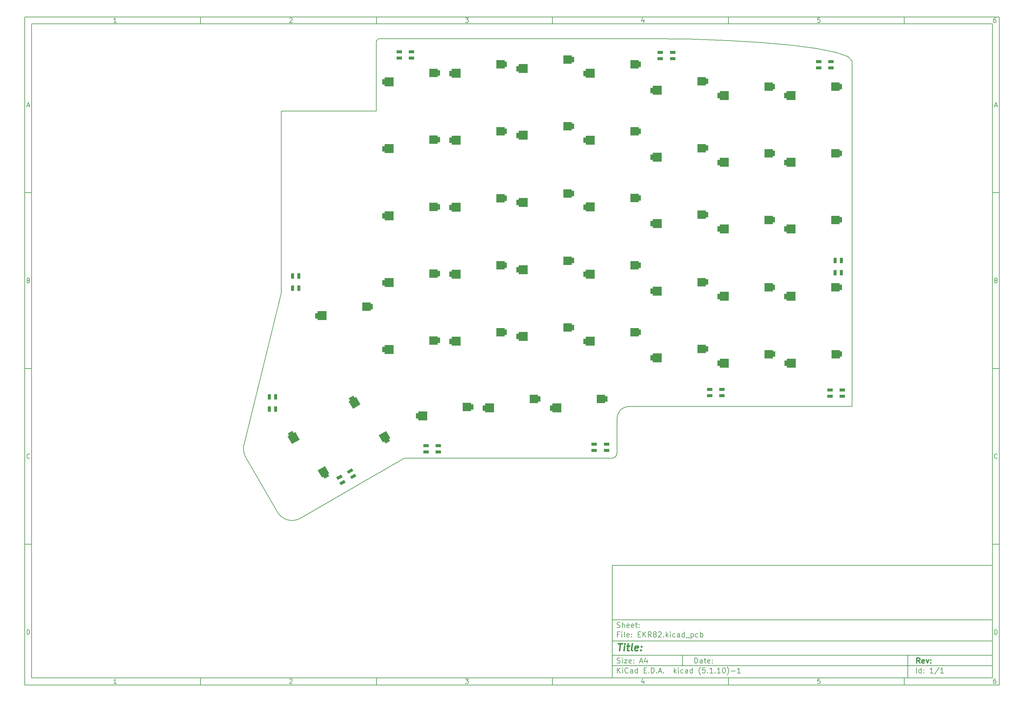
<source format=gbp>
G04 #@! TF.GenerationSoftware,KiCad,Pcbnew,(5.1.10)-1*
G04 #@! TF.CreationDate,2021-06-09T20:37:38+02:00*
G04 #@! TF.ProjectId,EKR82,454b5238-322e-46b6-9963-61645f706362,rev?*
G04 #@! TF.SameCoordinates,Original*
G04 #@! TF.FileFunction,Paste,Bot*
G04 #@! TF.FilePolarity,Positive*
%FSLAX46Y46*%
G04 Gerber Fmt 4.6, Leading zero omitted, Abs format (unit mm)*
G04 Created by KiCad (PCBNEW (5.1.10)-1) date 2021-06-09 20:37:38*
%MOMM*%
%LPD*%
G01*
G04 APERTURE LIST*
%ADD10C,0.100000*%
%ADD11C,0.150000*%
%ADD12C,0.300000*%
%ADD13C,0.400000*%
G04 #@! TA.AperFunction,Profile*
%ADD14C,0.150000*%
G04 #@! TD*
G04 #@! TA.AperFunction,Profile*
%ADD15C,0.200000*%
G04 #@! TD*
%ADD16R,2.400000X2.400000*%
%ADD17R,2.500000X2.500000*%
%ADD18R,0.700000X1.500000*%
%ADD19R,1.600000X0.850000*%
%ADD20R,0.850000X1.600000*%
G04 APERTURE END LIST*
D10*
D11*
X177002200Y-166007200D02*
X177002200Y-198007200D01*
X285002200Y-198007200D01*
X285002200Y-166007200D01*
X177002200Y-166007200D01*
D10*
D11*
X10000000Y-10000000D02*
X10000000Y-200007200D01*
X287002200Y-200007200D01*
X287002200Y-10000000D01*
X10000000Y-10000000D01*
D10*
D11*
X12000000Y-12000000D02*
X12000000Y-198007200D01*
X285002200Y-198007200D01*
X285002200Y-12000000D01*
X12000000Y-12000000D01*
D10*
D11*
X60000000Y-12000000D02*
X60000000Y-10000000D01*
D10*
D11*
X110000000Y-12000000D02*
X110000000Y-10000000D01*
D10*
D11*
X160000000Y-12000000D02*
X160000000Y-10000000D01*
D10*
D11*
X210000000Y-12000000D02*
X210000000Y-10000000D01*
D10*
D11*
X260000000Y-12000000D02*
X260000000Y-10000000D01*
D10*
D11*
X36065476Y-11588095D02*
X35322619Y-11588095D01*
X35694047Y-11588095D02*
X35694047Y-10288095D01*
X35570238Y-10473809D01*
X35446428Y-10597619D01*
X35322619Y-10659523D01*
D10*
D11*
X85322619Y-10411904D02*
X85384523Y-10350000D01*
X85508333Y-10288095D01*
X85817857Y-10288095D01*
X85941666Y-10350000D01*
X86003571Y-10411904D01*
X86065476Y-10535714D01*
X86065476Y-10659523D01*
X86003571Y-10845238D01*
X85260714Y-11588095D01*
X86065476Y-11588095D01*
D10*
D11*
X135260714Y-10288095D02*
X136065476Y-10288095D01*
X135632142Y-10783333D01*
X135817857Y-10783333D01*
X135941666Y-10845238D01*
X136003571Y-10907142D01*
X136065476Y-11030952D01*
X136065476Y-11340476D01*
X136003571Y-11464285D01*
X135941666Y-11526190D01*
X135817857Y-11588095D01*
X135446428Y-11588095D01*
X135322619Y-11526190D01*
X135260714Y-11464285D01*
D10*
D11*
X185941666Y-10721428D02*
X185941666Y-11588095D01*
X185632142Y-10226190D02*
X185322619Y-11154761D01*
X186127380Y-11154761D01*
D10*
D11*
X236003571Y-10288095D02*
X235384523Y-10288095D01*
X235322619Y-10907142D01*
X235384523Y-10845238D01*
X235508333Y-10783333D01*
X235817857Y-10783333D01*
X235941666Y-10845238D01*
X236003571Y-10907142D01*
X236065476Y-11030952D01*
X236065476Y-11340476D01*
X236003571Y-11464285D01*
X235941666Y-11526190D01*
X235817857Y-11588095D01*
X235508333Y-11588095D01*
X235384523Y-11526190D01*
X235322619Y-11464285D01*
D10*
D11*
X285941666Y-10288095D02*
X285694047Y-10288095D01*
X285570238Y-10350000D01*
X285508333Y-10411904D01*
X285384523Y-10597619D01*
X285322619Y-10845238D01*
X285322619Y-11340476D01*
X285384523Y-11464285D01*
X285446428Y-11526190D01*
X285570238Y-11588095D01*
X285817857Y-11588095D01*
X285941666Y-11526190D01*
X286003571Y-11464285D01*
X286065476Y-11340476D01*
X286065476Y-11030952D01*
X286003571Y-10907142D01*
X285941666Y-10845238D01*
X285817857Y-10783333D01*
X285570238Y-10783333D01*
X285446428Y-10845238D01*
X285384523Y-10907142D01*
X285322619Y-11030952D01*
D10*
D11*
X60000000Y-198007200D02*
X60000000Y-200007200D01*
D10*
D11*
X110000000Y-198007200D02*
X110000000Y-200007200D01*
D10*
D11*
X160000000Y-198007200D02*
X160000000Y-200007200D01*
D10*
D11*
X210000000Y-198007200D02*
X210000000Y-200007200D01*
D10*
D11*
X260000000Y-198007200D02*
X260000000Y-200007200D01*
D10*
D11*
X36065476Y-199595295D02*
X35322619Y-199595295D01*
X35694047Y-199595295D02*
X35694047Y-198295295D01*
X35570238Y-198481009D01*
X35446428Y-198604819D01*
X35322619Y-198666723D01*
D10*
D11*
X85322619Y-198419104D02*
X85384523Y-198357200D01*
X85508333Y-198295295D01*
X85817857Y-198295295D01*
X85941666Y-198357200D01*
X86003571Y-198419104D01*
X86065476Y-198542914D01*
X86065476Y-198666723D01*
X86003571Y-198852438D01*
X85260714Y-199595295D01*
X86065476Y-199595295D01*
D10*
D11*
X135260714Y-198295295D02*
X136065476Y-198295295D01*
X135632142Y-198790533D01*
X135817857Y-198790533D01*
X135941666Y-198852438D01*
X136003571Y-198914342D01*
X136065476Y-199038152D01*
X136065476Y-199347676D01*
X136003571Y-199471485D01*
X135941666Y-199533390D01*
X135817857Y-199595295D01*
X135446428Y-199595295D01*
X135322619Y-199533390D01*
X135260714Y-199471485D01*
D10*
D11*
X185941666Y-198728628D02*
X185941666Y-199595295D01*
X185632142Y-198233390D02*
X185322619Y-199161961D01*
X186127380Y-199161961D01*
D10*
D11*
X236003571Y-198295295D02*
X235384523Y-198295295D01*
X235322619Y-198914342D01*
X235384523Y-198852438D01*
X235508333Y-198790533D01*
X235817857Y-198790533D01*
X235941666Y-198852438D01*
X236003571Y-198914342D01*
X236065476Y-199038152D01*
X236065476Y-199347676D01*
X236003571Y-199471485D01*
X235941666Y-199533390D01*
X235817857Y-199595295D01*
X235508333Y-199595295D01*
X235384523Y-199533390D01*
X235322619Y-199471485D01*
D10*
D11*
X285941666Y-198295295D02*
X285694047Y-198295295D01*
X285570238Y-198357200D01*
X285508333Y-198419104D01*
X285384523Y-198604819D01*
X285322619Y-198852438D01*
X285322619Y-199347676D01*
X285384523Y-199471485D01*
X285446428Y-199533390D01*
X285570238Y-199595295D01*
X285817857Y-199595295D01*
X285941666Y-199533390D01*
X286003571Y-199471485D01*
X286065476Y-199347676D01*
X286065476Y-199038152D01*
X286003571Y-198914342D01*
X285941666Y-198852438D01*
X285817857Y-198790533D01*
X285570238Y-198790533D01*
X285446428Y-198852438D01*
X285384523Y-198914342D01*
X285322619Y-199038152D01*
D10*
D11*
X10000000Y-60000000D02*
X12000000Y-60000000D01*
D10*
D11*
X10000000Y-110000000D02*
X12000000Y-110000000D01*
D10*
D11*
X10000000Y-160000000D02*
X12000000Y-160000000D01*
D10*
D11*
X10690476Y-35216666D02*
X11309523Y-35216666D01*
X10566666Y-35588095D02*
X11000000Y-34288095D01*
X11433333Y-35588095D01*
D10*
D11*
X11092857Y-84907142D02*
X11278571Y-84969047D01*
X11340476Y-85030952D01*
X11402380Y-85154761D01*
X11402380Y-85340476D01*
X11340476Y-85464285D01*
X11278571Y-85526190D01*
X11154761Y-85588095D01*
X10659523Y-85588095D01*
X10659523Y-84288095D01*
X11092857Y-84288095D01*
X11216666Y-84350000D01*
X11278571Y-84411904D01*
X11340476Y-84535714D01*
X11340476Y-84659523D01*
X11278571Y-84783333D01*
X11216666Y-84845238D01*
X11092857Y-84907142D01*
X10659523Y-84907142D01*
D10*
D11*
X11402380Y-135464285D02*
X11340476Y-135526190D01*
X11154761Y-135588095D01*
X11030952Y-135588095D01*
X10845238Y-135526190D01*
X10721428Y-135402380D01*
X10659523Y-135278571D01*
X10597619Y-135030952D01*
X10597619Y-134845238D01*
X10659523Y-134597619D01*
X10721428Y-134473809D01*
X10845238Y-134350000D01*
X11030952Y-134288095D01*
X11154761Y-134288095D01*
X11340476Y-134350000D01*
X11402380Y-134411904D01*
D10*
D11*
X10659523Y-185588095D02*
X10659523Y-184288095D01*
X10969047Y-184288095D01*
X11154761Y-184350000D01*
X11278571Y-184473809D01*
X11340476Y-184597619D01*
X11402380Y-184845238D01*
X11402380Y-185030952D01*
X11340476Y-185278571D01*
X11278571Y-185402380D01*
X11154761Y-185526190D01*
X10969047Y-185588095D01*
X10659523Y-185588095D01*
D10*
D11*
X287002200Y-60000000D02*
X285002200Y-60000000D01*
D10*
D11*
X287002200Y-110000000D02*
X285002200Y-110000000D01*
D10*
D11*
X287002200Y-160000000D02*
X285002200Y-160000000D01*
D10*
D11*
X285692676Y-35216666D02*
X286311723Y-35216666D01*
X285568866Y-35588095D02*
X286002200Y-34288095D01*
X286435533Y-35588095D01*
D10*
D11*
X286095057Y-84907142D02*
X286280771Y-84969047D01*
X286342676Y-85030952D01*
X286404580Y-85154761D01*
X286404580Y-85340476D01*
X286342676Y-85464285D01*
X286280771Y-85526190D01*
X286156961Y-85588095D01*
X285661723Y-85588095D01*
X285661723Y-84288095D01*
X286095057Y-84288095D01*
X286218866Y-84350000D01*
X286280771Y-84411904D01*
X286342676Y-84535714D01*
X286342676Y-84659523D01*
X286280771Y-84783333D01*
X286218866Y-84845238D01*
X286095057Y-84907142D01*
X285661723Y-84907142D01*
D10*
D11*
X286404580Y-135464285D02*
X286342676Y-135526190D01*
X286156961Y-135588095D01*
X286033152Y-135588095D01*
X285847438Y-135526190D01*
X285723628Y-135402380D01*
X285661723Y-135278571D01*
X285599819Y-135030952D01*
X285599819Y-134845238D01*
X285661723Y-134597619D01*
X285723628Y-134473809D01*
X285847438Y-134350000D01*
X286033152Y-134288095D01*
X286156961Y-134288095D01*
X286342676Y-134350000D01*
X286404580Y-134411904D01*
D10*
D11*
X285661723Y-185588095D02*
X285661723Y-184288095D01*
X285971247Y-184288095D01*
X286156961Y-184350000D01*
X286280771Y-184473809D01*
X286342676Y-184597619D01*
X286404580Y-184845238D01*
X286404580Y-185030952D01*
X286342676Y-185278571D01*
X286280771Y-185402380D01*
X286156961Y-185526190D01*
X285971247Y-185588095D01*
X285661723Y-185588095D01*
D10*
D11*
X200434342Y-193785771D02*
X200434342Y-192285771D01*
X200791485Y-192285771D01*
X201005771Y-192357200D01*
X201148628Y-192500057D01*
X201220057Y-192642914D01*
X201291485Y-192928628D01*
X201291485Y-193142914D01*
X201220057Y-193428628D01*
X201148628Y-193571485D01*
X201005771Y-193714342D01*
X200791485Y-193785771D01*
X200434342Y-193785771D01*
X202577200Y-193785771D02*
X202577200Y-193000057D01*
X202505771Y-192857200D01*
X202362914Y-192785771D01*
X202077200Y-192785771D01*
X201934342Y-192857200D01*
X202577200Y-193714342D02*
X202434342Y-193785771D01*
X202077200Y-193785771D01*
X201934342Y-193714342D01*
X201862914Y-193571485D01*
X201862914Y-193428628D01*
X201934342Y-193285771D01*
X202077200Y-193214342D01*
X202434342Y-193214342D01*
X202577200Y-193142914D01*
X203077200Y-192785771D02*
X203648628Y-192785771D01*
X203291485Y-192285771D02*
X203291485Y-193571485D01*
X203362914Y-193714342D01*
X203505771Y-193785771D01*
X203648628Y-193785771D01*
X204720057Y-193714342D02*
X204577200Y-193785771D01*
X204291485Y-193785771D01*
X204148628Y-193714342D01*
X204077200Y-193571485D01*
X204077200Y-193000057D01*
X204148628Y-192857200D01*
X204291485Y-192785771D01*
X204577200Y-192785771D01*
X204720057Y-192857200D01*
X204791485Y-193000057D01*
X204791485Y-193142914D01*
X204077200Y-193285771D01*
X205434342Y-193642914D02*
X205505771Y-193714342D01*
X205434342Y-193785771D01*
X205362914Y-193714342D01*
X205434342Y-193642914D01*
X205434342Y-193785771D01*
X205434342Y-192857200D02*
X205505771Y-192928628D01*
X205434342Y-193000057D01*
X205362914Y-192928628D01*
X205434342Y-192857200D01*
X205434342Y-193000057D01*
D10*
D11*
X177002200Y-194507200D02*
X285002200Y-194507200D01*
D10*
D11*
X178434342Y-196585771D02*
X178434342Y-195085771D01*
X179291485Y-196585771D02*
X178648628Y-195728628D01*
X179291485Y-195085771D02*
X178434342Y-195942914D01*
X179934342Y-196585771D02*
X179934342Y-195585771D01*
X179934342Y-195085771D02*
X179862914Y-195157200D01*
X179934342Y-195228628D01*
X180005771Y-195157200D01*
X179934342Y-195085771D01*
X179934342Y-195228628D01*
X181505771Y-196442914D02*
X181434342Y-196514342D01*
X181220057Y-196585771D01*
X181077200Y-196585771D01*
X180862914Y-196514342D01*
X180720057Y-196371485D01*
X180648628Y-196228628D01*
X180577200Y-195942914D01*
X180577200Y-195728628D01*
X180648628Y-195442914D01*
X180720057Y-195300057D01*
X180862914Y-195157200D01*
X181077200Y-195085771D01*
X181220057Y-195085771D01*
X181434342Y-195157200D01*
X181505771Y-195228628D01*
X182791485Y-196585771D02*
X182791485Y-195800057D01*
X182720057Y-195657200D01*
X182577200Y-195585771D01*
X182291485Y-195585771D01*
X182148628Y-195657200D01*
X182791485Y-196514342D02*
X182648628Y-196585771D01*
X182291485Y-196585771D01*
X182148628Y-196514342D01*
X182077200Y-196371485D01*
X182077200Y-196228628D01*
X182148628Y-196085771D01*
X182291485Y-196014342D01*
X182648628Y-196014342D01*
X182791485Y-195942914D01*
X184148628Y-196585771D02*
X184148628Y-195085771D01*
X184148628Y-196514342D02*
X184005771Y-196585771D01*
X183720057Y-196585771D01*
X183577200Y-196514342D01*
X183505771Y-196442914D01*
X183434342Y-196300057D01*
X183434342Y-195871485D01*
X183505771Y-195728628D01*
X183577200Y-195657200D01*
X183720057Y-195585771D01*
X184005771Y-195585771D01*
X184148628Y-195657200D01*
X186005771Y-195800057D02*
X186505771Y-195800057D01*
X186720057Y-196585771D02*
X186005771Y-196585771D01*
X186005771Y-195085771D01*
X186720057Y-195085771D01*
X187362914Y-196442914D02*
X187434342Y-196514342D01*
X187362914Y-196585771D01*
X187291485Y-196514342D01*
X187362914Y-196442914D01*
X187362914Y-196585771D01*
X188077200Y-196585771D02*
X188077200Y-195085771D01*
X188434342Y-195085771D01*
X188648628Y-195157200D01*
X188791485Y-195300057D01*
X188862914Y-195442914D01*
X188934342Y-195728628D01*
X188934342Y-195942914D01*
X188862914Y-196228628D01*
X188791485Y-196371485D01*
X188648628Y-196514342D01*
X188434342Y-196585771D01*
X188077200Y-196585771D01*
X189577200Y-196442914D02*
X189648628Y-196514342D01*
X189577200Y-196585771D01*
X189505771Y-196514342D01*
X189577200Y-196442914D01*
X189577200Y-196585771D01*
X190220057Y-196157200D02*
X190934342Y-196157200D01*
X190077200Y-196585771D02*
X190577200Y-195085771D01*
X191077200Y-196585771D01*
X191577200Y-196442914D02*
X191648628Y-196514342D01*
X191577200Y-196585771D01*
X191505771Y-196514342D01*
X191577200Y-196442914D01*
X191577200Y-196585771D01*
X194577200Y-196585771D02*
X194577200Y-195085771D01*
X194720057Y-196014342D02*
X195148628Y-196585771D01*
X195148628Y-195585771D02*
X194577200Y-196157200D01*
X195791485Y-196585771D02*
X195791485Y-195585771D01*
X195791485Y-195085771D02*
X195720057Y-195157200D01*
X195791485Y-195228628D01*
X195862914Y-195157200D01*
X195791485Y-195085771D01*
X195791485Y-195228628D01*
X197148628Y-196514342D02*
X197005771Y-196585771D01*
X196720057Y-196585771D01*
X196577200Y-196514342D01*
X196505771Y-196442914D01*
X196434342Y-196300057D01*
X196434342Y-195871485D01*
X196505771Y-195728628D01*
X196577200Y-195657200D01*
X196720057Y-195585771D01*
X197005771Y-195585771D01*
X197148628Y-195657200D01*
X198434342Y-196585771D02*
X198434342Y-195800057D01*
X198362914Y-195657200D01*
X198220057Y-195585771D01*
X197934342Y-195585771D01*
X197791485Y-195657200D01*
X198434342Y-196514342D02*
X198291485Y-196585771D01*
X197934342Y-196585771D01*
X197791485Y-196514342D01*
X197720057Y-196371485D01*
X197720057Y-196228628D01*
X197791485Y-196085771D01*
X197934342Y-196014342D01*
X198291485Y-196014342D01*
X198434342Y-195942914D01*
X199791485Y-196585771D02*
X199791485Y-195085771D01*
X199791485Y-196514342D02*
X199648628Y-196585771D01*
X199362914Y-196585771D01*
X199220057Y-196514342D01*
X199148628Y-196442914D01*
X199077200Y-196300057D01*
X199077200Y-195871485D01*
X199148628Y-195728628D01*
X199220057Y-195657200D01*
X199362914Y-195585771D01*
X199648628Y-195585771D01*
X199791485Y-195657200D01*
X202077200Y-197157200D02*
X202005771Y-197085771D01*
X201862914Y-196871485D01*
X201791485Y-196728628D01*
X201720057Y-196514342D01*
X201648628Y-196157200D01*
X201648628Y-195871485D01*
X201720057Y-195514342D01*
X201791485Y-195300057D01*
X201862914Y-195157200D01*
X202005771Y-194942914D01*
X202077200Y-194871485D01*
X203362914Y-195085771D02*
X202648628Y-195085771D01*
X202577200Y-195800057D01*
X202648628Y-195728628D01*
X202791485Y-195657200D01*
X203148628Y-195657200D01*
X203291485Y-195728628D01*
X203362914Y-195800057D01*
X203434342Y-195942914D01*
X203434342Y-196300057D01*
X203362914Y-196442914D01*
X203291485Y-196514342D01*
X203148628Y-196585771D01*
X202791485Y-196585771D01*
X202648628Y-196514342D01*
X202577200Y-196442914D01*
X204077200Y-196442914D02*
X204148628Y-196514342D01*
X204077200Y-196585771D01*
X204005771Y-196514342D01*
X204077200Y-196442914D01*
X204077200Y-196585771D01*
X205577200Y-196585771D02*
X204720057Y-196585771D01*
X205148628Y-196585771D02*
X205148628Y-195085771D01*
X205005771Y-195300057D01*
X204862914Y-195442914D01*
X204720057Y-195514342D01*
X206220057Y-196442914D02*
X206291485Y-196514342D01*
X206220057Y-196585771D01*
X206148628Y-196514342D01*
X206220057Y-196442914D01*
X206220057Y-196585771D01*
X207720057Y-196585771D02*
X206862914Y-196585771D01*
X207291485Y-196585771D02*
X207291485Y-195085771D01*
X207148628Y-195300057D01*
X207005771Y-195442914D01*
X206862914Y-195514342D01*
X208648628Y-195085771D02*
X208791485Y-195085771D01*
X208934342Y-195157200D01*
X209005771Y-195228628D01*
X209077200Y-195371485D01*
X209148628Y-195657200D01*
X209148628Y-196014342D01*
X209077200Y-196300057D01*
X209005771Y-196442914D01*
X208934342Y-196514342D01*
X208791485Y-196585771D01*
X208648628Y-196585771D01*
X208505771Y-196514342D01*
X208434342Y-196442914D01*
X208362914Y-196300057D01*
X208291485Y-196014342D01*
X208291485Y-195657200D01*
X208362914Y-195371485D01*
X208434342Y-195228628D01*
X208505771Y-195157200D01*
X208648628Y-195085771D01*
X209648628Y-197157200D02*
X209720057Y-197085771D01*
X209862914Y-196871485D01*
X209934342Y-196728628D01*
X210005771Y-196514342D01*
X210077200Y-196157200D01*
X210077200Y-195871485D01*
X210005771Y-195514342D01*
X209934342Y-195300057D01*
X209862914Y-195157200D01*
X209720057Y-194942914D01*
X209648628Y-194871485D01*
X210791485Y-196014342D02*
X211934342Y-196014342D01*
X213434342Y-196585771D02*
X212577200Y-196585771D01*
X213005771Y-196585771D02*
X213005771Y-195085771D01*
X212862914Y-195300057D01*
X212720057Y-195442914D01*
X212577200Y-195514342D01*
D10*
D11*
X177002200Y-191507200D02*
X285002200Y-191507200D01*
D10*
D12*
X264411485Y-193785771D02*
X263911485Y-193071485D01*
X263554342Y-193785771D02*
X263554342Y-192285771D01*
X264125771Y-192285771D01*
X264268628Y-192357200D01*
X264340057Y-192428628D01*
X264411485Y-192571485D01*
X264411485Y-192785771D01*
X264340057Y-192928628D01*
X264268628Y-193000057D01*
X264125771Y-193071485D01*
X263554342Y-193071485D01*
X265625771Y-193714342D02*
X265482914Y-193785771D01*
X265197200Y-193785771D01*
X265054342Y-193714342D01*
X264982914Y-193571485D01*
X264982914Y-193000057D01*
X265054342Y-192857200D01*
X265197200Y-192785771D01*
X265482914Y-192785771D01*
X265625771Y-192857200D01*
X265697200Y-193000057D01*
X265697200Y-193142914D01*
X264982914Y-193285771D01*
X266197200Y-192785771D02*
X266554342Y-193785771D01*
X266911485Y-192785771D01*
X267482914Y-193642914D02*
X267554342Y-193714342D01*
X267482914Y-193785771D01*
X267411485Y-193714342D01*
X267482914Y-193642914D01*
X267482914Y-193785771D01*
X267482914Y-192857200D02*
X267554342Y-192928628D01*
X267482914Y-193000057D01*
X267411485Y-192928628D01*
X267482914Y-192857200D01*
X267482914Y-193000057D01*
D10*
D11*
X178362914Y-193714342D02*
X178577200Y-193785771D01*
X178934342Y-193785771D01*
X179077200Y-193714342D01*
X179148628Y-193642914D01*
X179220057Y-193500057D01*
X179220057Y-193357200D01*
X179148628Y-193214342D01*
X179077200Y-193142914D01*
X178934342Y-193071485D01*
X178648628Y-193000057D01*
X178505771Y-192928628D01*
X178434342Y-192857200D01*
X178362914Y-192714342D01*
X178362914Y-192571485D01*
X178434342Y-192428628D01*
X178505771Y-192357200D01*
X178648628Y-192285771D01*
X179005771Y-192285771D01*
X179220057Y-192357200D01*
X179862914Y-193785771D02*
X179862914Y-192785771D01*
X179862914Y-192285771D02*
X179791485Y-192357200D01*
X179862914Y-192428628D01*
X179934342Y-192357200D01*
X179862914Y-192285771D01*
X179862914Y-192428628D01*
X180434342Y-192785771D02*
X181220057Y-192785771D01*
X180434342Y-193785771D01*
X181220057Y-193785771D01*
X182362914Y-193714342D02*
X182220057Y-193785771D01*
X181934342Y-193785771D01*
X181791485Y-193714342D01*
X181720057Y-193571485D01*
X181720057Y-193000057D01*
X181791485Y-192857200D01*
X181934342Y-192785771D01*
X182220057Y-192785771D01*
X182362914Y-192857200D01*
X182434342Y-193000057D01*
X182434342Y-193142914D01*
X181720057Y-193285771D01*
X183077200Y-193642914D02*
X183148628Y-193714342D01*
X183077200Y-193785771D01*
X183005771Y-193714342D01*
X183077200Y-193642914D01*
X183077200Y-193785771D01*
X183077200Y-192857200D02*
X183148628Y-192928628D01*
X183077200Y-193000057D01*
X183005771Y-192928628D01*
X183077200Y-192857200D01*
X183077200Y-193000057D01*
X184862914Y-193357200D02*
X185577200Y-193357200D01*
X184720057Y-193785771D02*
X185220057Y-192285771D01*
X185720057Y-193785771D01*
X186862914Y-192785771D02*
X186862914Y-193785771D01*
X186505771Y-192214342D02*
X186148628Y-193285771D01*
X187077200Y-193285771D01*
D10*
D11*
X263434342Y-196585771D02*
X263434342Y-195085771D01*
X264791485Y-196585771D02*
X264791485Y-195085771D01*
X264791485Y-196514342D02*
X264648628Y-196585771D01*
X264362914Y-196585771D01*
X264220057Y-196514342D01*
X264148628Y-196442914D01*
X264077200Y-196300057D01*
X264077200Y-195871485D01*
X264148628Y-195728628D01*
X264220057Y-195657200D01*
X264362914Y-195585771D01*
X264648628Y-195585771D01*
X264791485Y-195657200D01*
X265505771Y-196442914D02*
X265577200Y-196514342D01*
X265505771Y-196585771D01*
X265434342Y-196514342D01*
X265505771Y-196442914D01*
X265505771Y-196585771D01*
X265505771Y-195657200D02*
X265577200Y-195728628D01*
X265505771Y-195800057D01*
X265434342Y-195728628D01*
X265505771Y-195657200D01*
X265505771Y-195800057D01*
X268148628Y-196585771D02*
X267291485Y-196585771D01*
X267720057Y-196585771D02*
X267720057Y-195085771D01*
X267577200Y-195300057D01*
X267434342Y-195442914D01*
X267291485Y-195514342D01*
X269862914Y-195014342D02*
X268577200Y-196942914D01*
X271148628Y-196585771D02*
X270291485Y-196585771D01*
X270720057Y-196585771D02*
X270720057Y-195085771D01*
X270577200Y-195300057D01*
X270434342Y-195442914D01*
X270291485Y-195514342D01*
D10*
D11*
X177002200Y-187507200D02*
X285002200Y-187507200D01*
D10*
D13*
X178714580Y-188211961D02*
X179857438Y-188211961D01*
X179036009Y-190211961D02*
X179286009Y-188211961D01*
X180274104Y-190211961D02*
X180440771Y-188878628D01*
X180524104Y-188211961D02*
X180416961Y-188307200D01*
X180500295Y-188402438D01*
X180607438Y-188307200D01*
X180524104Y-188211961D01*
X180500295Y-188402438D01*
X181107438Y-188878628D02*
X181869342Y-188878628D01*
X181476485Y-188211961D02*
X181262200Y-189926247D01*
X181333628Y-190116723D01*
X181512200Y-190211961D01*
X181702676Y-190211961D01*
X182655057Y-190211961D02*
X182476485Y-190116723D01*
X182405057Y-189926247D01*
X182619342Y-188211961D01*
X184190771Y-190116723D02*
X183988390Y-190211961D01*
X183607438Y-190211961D01*
X183428866Y-190116723D01*
X183357438Y-189926247D01*
X183452676Y-189164342D01*
X183571723Y-188973866D01*
X183774104Y-188878628D01*
X184155057Y-188878628D01*
X184333628Y-188973866D01*
X184405057Y-189164342D01*
X184381247Y-189354819D01*
X183405057Y-189545295D01*
X185155057Y-190021485D02*
X185238390Y-190116723D01*
X185131247Y-190211961D01*
X185047914Y-190116723D01*
X185155057Y-190021485D01*
X185131247Y-190211961D01*
X185286009Y-188973866D02*
X185369342Y-189069104D01*
X185262200Y-189164342D01*
X185178866Y-189069104D01*
X185286009Y-188973866D01*
X185262200Y-189164342D01*
D10*
D11*
X178934342Y-185600057D02*
X178434342Y-185600057D01*
X178434342Y-186385771D02*
X178434342Y-184885771D01*
X179148628Y-184885771D01*
X179720057Y-186385771D02*
X179720057Y-185385771D01*
X179720057Y-184885771D02*
X179648628Y-184957200D01*
X179720057Y-185028628D01*
X179791485Y-184957200D01*
X179720057Y-184885771D01*
X179720057Y-185028628D01*
X180648628Y-186385771D02*
X180505771Y-186314342D01*
X180434342Y-186171485D01*
X180434342Y-184885771D01*
X181791485Y-186314342D02*
X181648628Y-186385771D01*
X181362914Y-186385771D01*
X181220057Y-186314342D01*
X181148628Y-186171485D01*
X181148628Y-185600057D01*
X181220057Y-185457200D01*
X181362914Y-185385771D01*
X181648628Y-185385771D01*
X181791485Y-185457200D01*
X181862914Y-185600057D01*
X181862914Y-185742914D01*
X181148628Y-185885771D01*
X182505771Y-186242914D02*
X182577200Y-186314342D01*
X182505771Y-186385771D01*
X182434342Y-186314342D01*
X182505771Y-186242914D01*
X182505771Y-186385771D01*
X182505771Y-185457200D02*
X182577200Y-185528628D01*
X182505771Y-185600057D01*
X182434342Y-185528628D01*
X182505771Y-185457200D01*
X182505771Y-185600057D01*
X184362914Y-185600057D02*
X184862914Y-185600057D01*
X185077200Y-186385771D02*
X184362914Y-186385771D01*
X184362914Y-184885771D01*
X185077200Y-184885771D01*
X185720057Y-186385771D02*
X185720057Y-184885771D01*
X186577200Y-186385771D02*
X185934342Y-185528628D01*
X186577200Y-184885771D02*
X185720057Y-185742914D01*
X188077200Y-186385771D02*
X187577200Y-185671485D01*
X187220057Y-186385771D02*
X187220057Y-184885771D01*
X187791485Y-184885771D01*
X187934342Y-184957200D01*
X188005771Y-185028628D01*
X188077200Y-185171485D01*
X188077200Y-185385771D01*
X188005771Y-185528628D01*
X187934342Y-185600057D01*
X187791485Y-185671485D01*
X187220057Y-185671485D01*
X188934342Y-185528628D02*
X188791485Y-185457200D01*
X188720057Y-185385771D01*
X188648628Y-185242914D01*
X188648628Y-185171485D01*
X188720057Y-185028628D01*
X188791485Y-184957200D01*
X188934342Y-184885771D01*
X189220057Y-184885771D01*
X189362914Y-184957200D01*
X189434342Y-185028628D01*
X189505771Y-185171485D01*
X189505771Y-185242914D01*
X189434342Y-185385771D01*
X189362914Y-185457200D01*
X189220057Y-185528628D01*
X188934342Y-185528628D01*
X188791485Y-185600057D01*
X188720057Y-185671485D01*
X188648628Y-185814342D01*
X188648628Y-186100057D01*
X188720057Y-186242914D01*
X188791485Y-186314342D01*
X188934342Y-186385771D01*
X189220057Y-186385771D01*
X189362914Y-186314342D01*
X189434342Y-186242914D01*
X189505771Y-186100057D01*
X189505771Y-185814342D01*
X189434342Y-185671485D01*
X189362914Y-185600057D01*
X189220057Y-185528628D01*
X190077200Y-185028628D02*
X190148628Y-184957200D01*
X190291485Y-184885771D01*
X190648628Y-184885771D01*
X190791485Y-184957200D01*
X190862914Y-185028628D01*
X190934342Y-185171485D01*
X190934342Y-185314342D01*
X190862914Y-185528628D01*
X190005771Y-186385771D01*
X190934342Y-186385771D01*
X191577200Y-186242914D02*
X191648628Y-186314342D01*
X191577200Y-186385771D01*
X191505771Y-186314342D01*
X191577200Y-186242914D01*
X191577200Y-186385771D01*
X192291485Y-186385771D02*
X192291485Y-184885771D01*
X192434342Y-185814342D02*
X192862914Y-186385771D01*
X192862914Y-185385771D02*
X192291485Y-185957200D01*
X193505771Y-186385771D02*
X193505771Y-185385771D01*
X193505771Y-184885771D02*
X193434342Y-184957200D01*
X193505771Y-185028628D01*
X193577200Y-184957200D01*
X193505771Y-184885771D01*
X193505771Y-185028628D01*
X194862914Y-186314342D02*
X194720057Y-186385771D01*
X194434342Y-186385771D01*
X194291485Y-186314342D01*
X194220057Y-186242914D01*
X194148628Y-186100057D01*
X194148628Y-185671485D01*
X194220057Y-185528628D01*
X194291485Y-185457200D01*
X194434342Y-185385771D01*
X194720057Y-185385771D01*
X194862914Y-185457200D01*
X196148628Y-186385771D02*
X196148628Y-185600057D01*
X196077200Y-185457200D01*
X195934342Y-185385771D01*
X195648628Y-185385771D01*
X195505771Y-185457200D01*
X196148628Y-186314342D02*
X196005771Y-186385771D01*
X195648628Y-186385771D01*
X195505771Y-186314342D01*
X195434342Y-186171485D01*
X195434342Y-186028628D01*
X195505771Y-185885771D01*
X195648628Y-185814342D01*
X196005771Y-185814342D01*
X196148628Y-185742914D01*
X197505771Y-186385771D02*
X197505771Y-184885771D01*
X197505771Y-186314342D02*
X197362914Y-186385771D01*
X197077200Y-186385771D01*
X196934342Y-186314342D01*
X196862914Y-186242914D01*
X196791485Y-186100057D01*
X196791485Y-185671485D01*
X196862914Y-185528628D01*
X196934342Y-185457200D01*
X197077200Y-185385771D01*
X197362914Y-185385771D01*
X197505771Y-185457200D01*
X197862914Y-186528628D02*
X199005771Y-186528628D01*
X199362914Y-185385771D02*
X199362914Y-186885771D01*
X199362914Y-185457200D02*
X199505771Y-185385771D01*
X199791485Y-185385771D01*
X199934342Y-185457200D01*
X200005771Y-185528628D01*
X200077200Y-185671485D01*
X200077200Y-186100057D01*
X200005771Y-186242914D01*
X199934342Y-186314342D01*
X199791485Y-186385771D01*
X199505771Y-186385771D01*
X199362914Y-186314342D01*
X201362914Y-186314342D02*
X201220057Y-186385771D01*
X200934342Y-186385771D01*
X200791485Y-186314342D01*
X200720057Y-186242914D01*
X200648628Y-186100057D01*
X200648628Y-185671485D01*
X200720057Y-185528628D01*
X200791485Y-185457200D01*
X200934342Y-185385771D01*
X201220057Y-185385771D01*
X201362914Y-185457200D01*
X202005771Y-186385771D02*
X202005771Y-184885771D01*
X202005771Y-185457200D02*
X202148628Y-185385771D01*
X202434342Y-185385771D01*
X202577200Y-185457200D01*
X202648628Y-185528628D01*
X202720057Y-185671485D01*
X202720057Y-186100057D01*
X202648628Y-186242914D01*
X202577200Y-186314342D01*
X202434342Y-186385771D01*
X202148628Y-186385771D01*
X202005771Y-186314342D01*
D10*
D11*
X177002200Y-181507200D02*
X285002200Y-181507200D01*
D10*
D11*
X178362914Y-183614342D02*
X178577200Y-183685771D01*
X178934342Y-183685771D01*
X179077200Y-183614342D01*
X179148628Y-183542914D01*
X179220057Y-183400057D01*
X179220057Y-183257200D01*
X179148628Y-183114342D01*
X179077200Y-183042914D01*
X178934342Y-182971485D01*
X178648628Y-182900057D01*
X178505771Y-182828628D01*
X178434342Y-182757200D01*
X178362914Y-182614342D01*
X178362914Y-182471485D01*
X178434342Y-182328628D01*
X178505771Y-182257200D01*
X178648628Y-182185771D01*
X179005771Y-182185771D01*
X179220057Y-182257200D01*
X179862914Y-183685771D02*
X179862914Y-182185771D01*
X180505771Y-183685771D02*
X180505771Y-182900057D01*
X180434342Y-182757200D01*
X180291485Y-182685771D01*
X180077200Y-182685771D01*
X179934342Y-182757200D01*
X179862914Y-182828628D01*
X181791485Y-183614342D02*
X181648628Y-183685771D01*
X181362914Y-183685771D01*
X181220057Y-183614342D01*
X181148628Y-183471485D01*
X181148628Y-182900057D01*
X181220057Y-182757200D01*
X181362914Y-182685771D01*
X181648628Y-182685771D01*
X181791485Y-182757200D01*
X181862914Y-182900057D01*
X181862914Y-183042914D01*
X181148628Y-183185771D01*
X183077200Y-183614342D02*
X182934342Y-183685771D01*
X182648628Y-183685771D01*
X182505771Y-183614342D01*
X182434342Y-183471485D01*
X182434342Y-182900057D01*
X182505771Y-182757200D01*
X182648628Y-182685771D01*
X182934342Y-182685771D01*
X183077200Y-182757200D01*
X183148628Y-182900057D01*
X183148628Y-183042914D01*
X182434342Y-183185771D01*
X183577200Y-182685771D02*
X184148628Y-182685771D01*
X183791485Y-182185771D02*
X183791485Y-183471485D01*
X183862914Y-183614342D01*
X184005771Y-183685771D01*
X184148628Y-183685771D01*
X184648628Y-183542914D02*
X184720057Y-183614342D01*
X184648628Y-183685771D01*
X184577200Y-183614342D01*
X184648628Y-183542914D01*
X184648628Y-183685771D01*
X184648628Y-182757200D02*
X184720057Y-182828628D01*
X184648628Y-182900057D01*
X184577200Y-182828628D01*
X184648628Y-182757200D01*
X184648628Y-182900057D01*
D10*
D11*
X197002200Y-191507200D02*
X197002200Y-194507200D01*
D10*
D11*
X261002200Y-191507200D02*
X261002200Y-198007200D01*
D14*
X72674503Y-134960305D02*
G75*
G02*
X72175000Y-132325000I4376397J2194505D01*
G01*
X88345583Y-152620389D02*
G75*
G02*
X81699101Y-150634699I-2328483J4322489D01*
G01*
X72674503Y-134960305D02*
X81699101Y-150634699D01*
X104456758Y-143271756D02*
X88345583Y-152620389D01*
X245120000Y-120789735D02*
X245120000Y-22546755D01*
X223959999Y-120789735D02*
X245120000Y-120789735D01*
X109898210Y-36780000D02*
X109898210Y-17246762D01*
X82940000Y-36780000D02*
X109898210Y-36780000D01*
X82937528Y-38136762D02*
X82940000Y-36780000D01*
D15*
X240549319Y-20073847D02*
X235185697Y-18995159D01*
X235185697Y-18995159D02*
X228080758Y-18055561D01*
X116186619Y-136480784D02*
X117862313Y-135510645D01*
X114510925Y-137450923D02*
X116186619Y-136480784D01*
X82937528Y-50750629D02*
X82937528Y-44443695D01*
X82937528Y-57057562D02*
X82937528Y-50750629D01*
X142171711Y-16196762D02*
X131763877Y-16196762D01*
X218692418Y-120789735D02*
X223959999Y-120789735D01*
X213424836Y-120789735D02*
X218692418Y-120789735D01*
X208157255Y-120789735D02*
X213424836Y-120789735D01*
X202889673Y-120789735D02*
X208157255Y-120789735D01*
X197622092Y-120789735D02*
X202889673Y-120789735D01*
X192354511Y-120789735D02*
X197622092Y-120789735D01*
X187086929Y-120789735D02*
X192354511Y-120789735D01*
X181819348Y-120789735D02*
X187086929Y-120789735D01*
X181113524Y-120860778D02*
X181819348Y-120789735D01*
X180456326Y-121064561D02*
X181113524Y-120860778D01*
X179861773Y-121387065D02*
X180456326Y-121064561D01*
X179343884Y-121814271D02*
X179861773Y-121387065D01*
X178916678Y-122332160D02*
X179343884Y-121814271D01*
X178594174Y-122926713D02*
X178916678Y-122332160D01*
X178390391Y-123583911D02*
X178594174Y-122926713D01*
X178319348Y-124289735D02*
X178390391Y-123583911D01*
X219467654Y-17280488D02*
X209579538Y-16695374D01*
X228080758Y-18055561D02*
X219467654Y-17280488D01*
X198649563Y-16325654D02*
X186910881Y-16196762D01*
X209579538Y-16695374D02*
X198649563Y-16325654D01*
X177658308Y-135255660D02*
X177403500Y-135393876D01*
X177880261Y-135072571D02*
X177658308Y-135255660D01*
X178063349Y-134850619D02*
X177880261Y-135072571D01*
X178201565Y-134595810D02*
X178063349Y-134850619D01*
X178288901Y-134314154D02*
X178201565Y-134595810D01*
X178319348Y-134034052D02*
X178288901Y-134314154D01*
X82937528Y-69671429D02*
X82937528Y-63364495D01*
X82937528Y-75978362D02*
X82937528Y-69671429D01*
X82937528Y-82285296D02*
X82937528Y-75978362D01*
X82937528Y-88592229D02*
X82937528Y-82285296D01*
X131763877Y-16196762D02*
X121356044Y-16196762D01*
X152579545Y-16196762D02*
X142171711Y-16196762D01*
X162987379Y-16196762D02*
X152579545Y-16196762D01*
X173395213Y-16196762D02*
X162987379Y-16196762D01*
X186910881Y-16196762D02*
X173395213Y-16196762D01*
X110360937Y-16375961D02*
X110539303Y-16279210D01*
X110205570Y-16504123D02*
X110360937Y-16375961D01*
X110077409Y-16659489D02*
X110205570Y-16504123D01*
X109980657Y-16837855D02*
X110077409Y-16659489D01*
X109919523Y-17035015D02*
X109980657Y-16837855D01*
X109898210Y-17246762D02*
X109919523Y-17035015D01*
X110736462Y-16218075D02*
X110948210Y-16196762D01*
X110539303Y-16279210D02*
X110736462Y-16218075D01*
X121356044Y-16196762D02*
X110948210Y-16196762D01*
X82937528Y-63364495D02*
X82937528Y-57057562D01*
X82937528Y-44443695D02*
X82937528Y-38136762D01*
X82937777Y-88592317D02*
X72175000Y-132325000D01*
X112835230Y-138421062D02*
X114510925Y-137450923D01*
X111159536Y-139391201D02*
X112835230Y-138421062D01*
X109483841Y-140361340D02*
X111159536Y-139391201D01*
X107808147Y-141331479D02*
X109483841Y-140361340D01*
X106132452Y-142301617D02*
X107808147Y-141331479D01*
X104456758Y-143271756D02*
X106132452Y-142301617D01*
X169449826Y-135511658D02*
X176819348Y-135511658D01*
X162080304Y-135511658D02*
X169449826Y-135511658D01*
X154710782Y-135511658D02*
X162080304Y-135511658D01*
X147341260Y-135511658D02*
X154710782Y-135511658D01*
X139971738Y-135511658D02*
X147341260Y-135511658D01*
X132602217Y-135511658D02*
X139971738Y-135511658D01*
X125232695Y-135511658D02*
X132602217Y-135511658D01*
X117863173Y-135511658D02*
X125232695Y-135511658D01*
X178319348Y-132816013D02*
X178319348Y-134034052D01*
X178319348Y-131597973D02*
X178319348Y-132816013D01*
X178319348Y-130379933D02*
X178319348Y-131597973D01*
X178319348Y-129161894D02*
X178319348Y-130379933D01*
X178319348Y-127943854D02*
X178319348Y-129161894D01*
X178319348Y-126725814D02*
X178319348Y-127943854D01*
X178319348Y-125507775D02*
X178319348Y-126725814D01*
X178319348Y-124289735D02*
X178319348Y-125507775D01*
X177121844Y-135481211D02*
X176819348Y-135511658D01*
X177403500Y-135393876D02*
X177121844Y-135481211D01*
X243938471Y-21266190D02*
X240549319Y-20073847D01*
X245120000Y-22546755D02*
X243938471Y-21266190D01*
D16*
X240400000Y-86920000D03*
D17*
X227800000Y-89460000D03*
D18*
X241900000Y-86900000D03*
X226200000Y-89500000D03*
D19*
X116450000Y-21675000D03*
X116450000Y-19925000D03*
X119950000Y-21675000D03*
X119950000Y-19925000D03*
X190650000Y-21875000D03*
X190650000Y-20125000D03*
X194150000Y-21875000D03*
X194150000Y-20125000D03*
X235650000Y-24475000D03*
X235650000Y-22725000D03*
X239150000Y-24475000D03*
X239150000Y-22725000D03*
D20*
X240325000Y-79250000D03*
X242075000Y-79250000D03*
X240325000Y-82750000D03*
X242075000Y-82750000D03*
D19*
X242350000Y-116125000D03*
X242350000Y-117875000D03*
X238850000Y-116125000D03*
X238850000Y-117875000D03*
X208150000Y-115925000D03*
X208150000Y-117675000D03*
X204650000Y-115925000D03*
X204650000Y-117675000D03*
X175350000Y-131525000D03*
X175350000Y-133275000D03*
X171850000Y-131525000D03*
X171850000Y-133275000D03*
X127550000Y-131925000D03*
X127550000Y-133675000D03*
X124050000Y-131925000D03*
X124050000Y-133675000D03*
D10*
G36*
X102958364Y-138399167D02*
G01*
X103383364Y-139135289D01*
X101997724Y-139935289D01*
X101572724Y-139199167D01*
X102958364Y-138399167D01*
G37*
G36*
X103833364Y-139914711D02*
G01*
X104258364Y-140650833D01*
X102872724Y-141450833D01*
X102447724Y-140714711D01*
X103833364Y-139914711D01*
G37*
G36*
X99927276Y-140149167D02*
G01*
X100352276Y-140885289D01*
X98966636Y-141685289D01*
X98541636Y-140949167D01*
X99927276Y-140149167D01*
G37*
G36*
X100802276Y-141664711D02*
G01*
X101227276Y-142400833D01*
X99841636Y-143200833D01*
X99416636Y-142464711D01*
X100802276Y-141664711D01*
G37*
D20*
X81275000Y-121550000D03*
X79525000Y-121550000D03*
X81275000Y-118050000D03*
X79525000Y-118050000D03*
X87875000Y-87150000D03*
X86125000Y-87150000D03*
X87875000Y-83650000D03*
X86125000Y-83650000D03*
D10*
G36*
X96568639Y-139835575D02*
G01*
X94490179Y-141035575D01*
X93290179Y-138957115D01*
X95368639Y-137757115D01*
X96568639Y-139835575D01*
G37*
G36*
X88137237Y-130211957D02*
G01*
X85972173Y-131461957D01*
X84722173Y-129296893D01*
X86887237Y-128046893D01*
X88137237Y-130211957D01*
G37*
G36*
X94872211Y-140757274D02*
G01*
X96171249Y-140007274D01*
X96521249Y-140613492D01*
X95222211Y-141363492D01*
X94872211Y-140757274D01*
G37*
G36*
X84770545Y-128460675D02*
G01*
X86069583Y-127710675D01*
X86419583Y-128316893D01*
X85120545Y-129066893D01*
X84770545Y-128460675D01*
G37*
D16*
X240400000Y-29820000D03*
D17*
X227800000Y-32360000D03*
D18*
X241900000Y-29800000D03*
X226200000Y-32400000D03*
D16*
X240450000Y-105920000D03*
D17*
X227850000Y-108460000D03*
D18*
X241950000Y-105900000D03*
X226250000Y-108500000D03*
D16*
X240400000Y-67720000D03*
D17*
X227800000Y-70260000D03*
D18*
X241900000Y-67700000D03*
X226200000Y-70300000D03*
D16*
X240400000Y-48820000D03*
D17*
X227800000Y-51360000D03*
D18*
X241900000Y-48800000D03*
X226200000Y-51400000D03*
D16*
X221400000Y-48820000D03*
D17*
X208800000Y-51360000D03*
D18*
X222900000Y-48800000D03*
X207200000Y-51400000D03*
D16*
X221400000Y-29820000D03*
D17*
X208800000Y-32360000D03*
D18*
X222900000Y-29800000D03*
X207200000Y-32400000D03*
D16*
X202400000Y-28320000D03*
D17*
X189800000Y-30860000D03*
D18*
X203900000Y-28300000D03*
X188200000Y-30900000D03*
D16*
X183300000Y-23520000D03*
D17*
X170700000Y-26060000D03*
D18*
X184800000Y-23500000D03*
X169100000Y-26100000D03*
D16*
X164300000Y-22130000D03*
D17*
X151700000Y-24670000D03*
D18*
X165800000Y-22110000D03*
X150100000Y-24710000D03*
D16*
X145200000Y-23520000D03*
D17*
X132600000Y-26060000D03*
D18*
X146700000Y-23500000D03*
X131000000Y-26100000D03*
D16*
X126190000Y-25920000D03*
D17*
X113590000Y-28460000D03*
D18*
X127690000Y-25900000D03*
X111990000Y-28500000D03*
D16*
X202400000Y-66220000D03*
D17*
X189800000Y-68760000D03*
D18*
X203900000Y-66200000D03*
X188200000Y-68800000D03*
D16*
X154700000Y-118670000D03*
D17*
X142100000Y-121210000D03*
D18*
X156200000Y-118650000D03*
X140500000Y-121250000D03*
D16*
X202400000Y-85420000D03*
D17*
X189800000Y-87960000D03*
D18*
X203900000Y-85400000D03*
X188200000Y-88000000D03*
D16*
X202400000Y-47320000D03*
D17*
X189800000Y-49860000D03*
D18*
X203900000Y-47300000D03*
X188200000Y-49900000D03*
D16*
X183300000Y-42520000D03*
D17*
X170700000Y-45060000D03*
D18*
X184800000Y-42500000D03*
X169100000Y-45100000D03*
D16*
X145200000Y-42520000D03*
D17*
X132600000Y-45060000D03*
D18*
X146700000Y-42500000D03*
X131000000Y-45100000D03*
D10*
G36*
X113888639Y-129835575D02*
G01*
X111810179Y-131035575D01*
X110610179Y-128957115D01*
X112688639Y-127757115D01*
X113888639Y-129835575D01*
G37*
G36*
X105457237Y-120211957D02*
G01*
X103292173Y-121461957D01*
X102042173Y-119296893D01*
X104207237Y-118046893D01*
X105457237Y-120211957D01*
G37*
G36*
X112192211Y-130757274D02*
G01*
X113491249Y-130007274D01*
X113841249Y-130613492D01*
X112542211Y-131363492D01*
X112192211Y-130757274D01*
G37*
G36*
X102090545Y-118460675D02*
G01*
X103389583Y-117710675D01*
X103739583Y-118316893D01*
X102440545Y-119066893D01*
X102090545Y-118460675D01*
G37*
D16*
X173800000Y-118670000D03*
D17*
X161200000Y-121210000D03*
D18*
X175300000Y-118650000D03*
X159600000Y-121250000D03*
D16*
X135700000Y-120920000D03*
D17*
X123100000Y-123460000D03*
D18*
X137200000Y-120900000D03*
X121500000Y-123500000D03*
D16*
X107100000Y-92420000D03*
D17*
X94500000Y-94960000D03*
D18*
X108600000Y-92400000D03*
X92900000Y-95000000D03*
D16*
X221450000Y-105920000D03*
D17*
X208850000Y-108460000D03*
D18*
X222950000Y-105900000D03*
X207250000Y-108500000D03*
D16*
X202400000Y-104420000D03*
D17*
X189800000Y-106960000D03*
D18*
X203900000Y-104400000D03*
X188200000Y-107000000D03*
D16*
X183300000Y-99720000D03*
D17*
X170700000Y-102260000D03*
D18*
X184800000Y-99700000D03*
X169100000Y-102300000D03*
D16*
X164300000Y-98320000D03*
D17*
X151700000Y-100860000D03*
D18*
X165800000Y-98300000D03*
X150100000Y-100900000D03*
D16*
X145200000Y-99720000D03*
D17*
X132600000Y-102260000D03*
D18*
X146700000Y-99700000D03*
X131000000Y-102300000D03*
D16*
X126200000Y-102020000D03*
D17*
X113600000Y-104560000D03*
D18*
X127700000Y-102000000D03*
X112000000Y-104600000D03*
D16*
X221400000Y-86920000D03*
D17*
X208800000Y-89460000D03*
D18*
X222900000Y-86900000D03*
X207200000Y-89500000D03*
D16*
X183300000Y-80620000D03*
D17*
X170700000Y-83160000D03*
D18*
X184800000Y-80600000D03*
X169100000Y-83200000D03*
D16*
X164300000Y-79320000D03*
D17*
X151700000Y-81860000D03*
D18*
X165800000Y-79300000D03*
X150100000Y-81900000D03*
D16*
X145200000Y-80620000D03*
D17*
X132600000Y-83160000D03*
D18*
X146700000Y-80600000D03*
X131000000Y-83200000D03*
D16*
X126200000Y-83020000D03*
D17*
X113600000Y-85560000D03*
D18*
X127700000Y-83000000D03*
X112000000Y-85600000D03*
D16*
X221400000Y-67720000D03*
D17*
X208800000Y-70260000D03*
D18*
X222900000Y-67700000D03*
X207200000Y-70300000D03*
D16*
X183300000Y-61520000D03*
D17*
X170700000Y-64060000D03*
D18*
X184800000Y-61500000D03*
X169100000Y-64100000D03*
D16*
X164300000Y-60220000D03*
D17*
X151700000Y-62760000D03*
D18*
X165800000Y-60200000D03*
X150100000Y-62800000D03*
D16*
X145200000Y-61620000D03*
D17*
X132600000Y-64160000D03*
D18*
X146700000Y-61600000D03*
X131000000Y-64200000D03*
D16*
X126200000Y-64020000D03*
D17*
X113600000Y-66560000D03*
D18*
X127700000Y-64000000D03*
X112000000Y-66600000D03*
D16*
X164300000Y-41130000D03*
D17*
X151700000Y-43670000D03*
D18*
X165800000Y-41110000D03*
X150100000Y-43710000D03*
D16*
X126200000Y-44920000D03*
D17*
X113600000Y-47460000D03*
D18*
X127700000Y-44900000D03*
X112000000Y-47500000D03*
M02*

</source>
